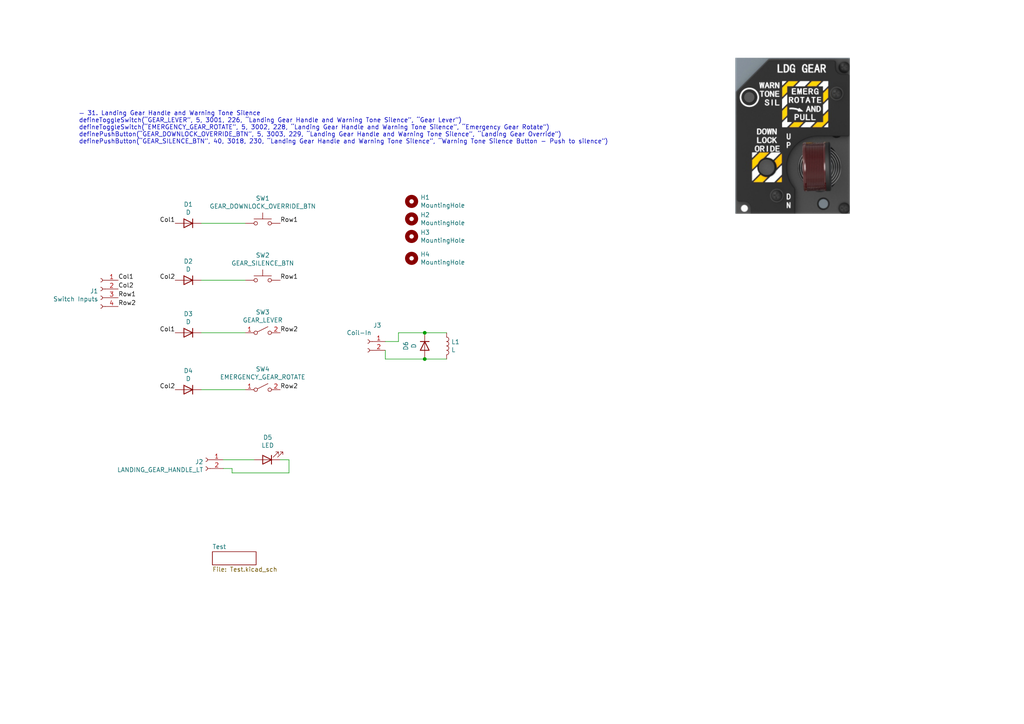
<source format=kicad_sch>
(kicad_sch (version 20211123) (generator eeschema)
  (paper "A4")
  (title_block (title "F16-LHS-REAR") (date "2023-09-17"))
  (lib_symbols
    (symbol "Connector:Conn_01x02_Female" (pin_names (offset 1.016) hide)
      (property "Reference" "J" (at 0 2.54 0))
      (property "Value" "Conn_01x02_Female" (at 0 -5.08 0))
      (symbol "Conn_01x02_Female_1_1"
        (arc (start 0 -2.032) (mid -0.508 -2.54) (end 0 -3.048) (stroke (width 0.1524)))
        (polyline (pts (xy -1.27 -2.54) (xy -0.508 -2.54)) (stroke (width 0.1524)))
        (polyline (pts (xy -1.27 0) (xy -0.508 0)) (stroke (width 0.1524)))
        (arc (start 0 0.508) (mid -0.508 0) (end 0 -0.508) (stroke (width 0.1524)))
        (pin passive line (at -5.08 0 0) (length 3.81) (name "Pin_1") (number "1"))
        (pin passive line (at -5.08 -2.54 0) (length 3.81) (name "Pin_2") (number "2"))
      )
    )
    (symbol "Connector:Conn_01x04_Female" (pin_names (offset 1.016) hide)
      (property "Reference" "J" (at 0 5.08 0))
      (property "Value" "Conn_01x04_Female" (at 0 -7.62 0))
      (symbol "Conn_01x04_Female_1_1"
        (arc (start 0 -4.572) (mid -0.508 -5.08) (end 0 -5.588) (stroke (width 0.1524)))
        (arc (start 0 -2.032) (mid -0.508 -2.54) (end 0 -3.048) (stroke (width 0.1524)))
        (polyline (pts (xy -1.27 -5.08) (xy -0.508 -5.08)) (stroke (width 0.1524)))
        (polyline (pts (xy -1.27 -2.54) (xy -0.508 -2.54)) (stroke (width 0.1524)))
        (polyline (pts (xy -1.27 0) (xy -0.508 0)) (stroke (width 0.1524)))
        (polyline (pts (xy -1.27 2.54) (xy -0.508 2.54)) (stroke (width 0.1524)))
        (arc (start 0 0.508) (mid -0.508 0) (end 0 -0.508) (stroke (width 0.1524)))
        (arc (start 0 3.048) (mid -0.508 2.54) (end 0 2.032) (stroke (width 0.1524)))
        (pin passive line (at -5.08 2.54 0) (length 3.81) (name "Pin_1") (number "1"))
        (pin passive line (at -5.08 0 0) (length 3.81) (name "Pin_2") (number "2"))
        (pin passive line (at -5.08 -2.54 0) (length 3.81) (name "Pin_3") (number "3"))
        (pin passive line (at -5.08 -5.08 0) (length 3.81) (name "Pin_4") (number "4"))
      )
    )
    (symbol "Device:D" (pin_numbers hide) (pin_names (offset 1.016) hide)
      (property "Reference" "D" (at 0 2.54 0))
      (property "Value" "D" (at 0 -2.54 0))
      (symbol "D_0_1"
        (polyline (pts (xy -1.27 1.27) (xy -1.27 -1.27)) (stroke (width 0.254)))
        (polyline (pts (xy 1.27 0) (xy -1.27 0)))
        (polyline (pts (xy 1.27 1.27) (xy 1.27 -1.27) (xy -1.27 0) (xy 1.27 1.27)) (stroke (width 0.254)))
      )
      (symbol "D_1_1"
        (pin passive line (at -3.81 0 0) (length 2.54) (name "K") (number "1"))
        (pin passive line (at 3.81 0 180) (length 2.54) (name "A") (number "2"))
      )
    )
    (symbol "Device:L" (pin_numbers hide) (pin_names (offset 1.016) hide)
      (property "Reference" "L" (at -1.27 0 90))
      (property "Value" "L" (at 1.905 0 90))
      (symbol "L_0_1"
        (arc (start 0 -2.54) (mid 0.635 -1.905) (end 0 -1.27))
        (arc (start 0 -1.27) (mid 0.635 -0.635) (end 0 0))
        (arc (start 0 0) (mid 0.635 0.635) (end 0 1.27))
        (arc (start 0 1.27) (mid 0.635 1.905) (end 0 2.54))
      )
      (symbol "L_1_1"
        (pin passive line (at 0 3.81 270) (length 1.27) (name "1") (number "1"))
        (pin passive line (at 0 -3.81 90) (length 1.27) (name "2") (number "2"))
      )
    )
    (symbol "Device:LED" (pin_numbers hide) (pin_names (offset 1.016) hide)
      (property "Reference" "D" (at 0 2.54 0))
      (property "Value" "LED" (at 0 -2.54 0))
      (symbol "LED_0_1"
        (polyline (pts (xy -1.27 -1.27) (xy -1.27 1.27)) (stroke (width 0.254)))
        (polyline (pts (xy -1.27 0) (xy 1.27 0)))
        (polyline (pts (xy 1.27 -1.27) (xy 1.27 1.27) (xy -1.27 0) (xy 1.27 -1.27)) (stroke (width 0.254)))
        (polyline (pts (xy -3.048 -0.762) (xy -4.572 -2.286) (xy -3.81 -2.286) (xy -4.572 -2.286) (xy -4.572 -1.524)))
        (polyline (pts (xy -1.778 -0.762) (xy -3.302 -2.286) (xy -2.54 -2.286) (xy -3.302 -2.286) (xy -3.302 -1.524)))
      )
      (symbol "LED_1_1"
        (pin passive line (at -3.81 0 0) (length 2.54) (name "K") (number "1"))
        (pin passive line (at 3.81 0 180) (length 2.54) (name "A") (number "2"))
      )
    )
    (symbol "Mechanical:MountingHole" (pin_names (offset 1.016))
      (property "Reference" "H" (at 0 5.08 0))
      (property "Value" "MountingHole" (at 0 3.175 0))
      (symbol "MountingHole_0_1"
        (circle (center 0 0) (radius 1.27) (stroke (width 1.27)))
      )
    )
    (symbol "Switch:SW_Push" (pin_numbers hide) (pin_names (offset 1.016) hide)
      (property "Reference" "SW" (at 1.27 2.54 0))
      (property "Value" "SW_Push" (at 0 -1.524 0))
      (symbol "SW_Push_0_1"
        (circle (center -2.032 0) (radius 0.508))
        (polyline (pts (xy 0 1.27) (xy 0 3.048)))
        (polyline (pts (xy 2.54 1.27) (xy -2.54 1.27)))
        (circle (center 2.032 0) (radius 0.508))
        (pin passive line (at -5.08 0 0) (length 2.54) (name "1") (number "1"))
        (pin passive line (at 5.08 0 180) (length 2.54) (name "2") (number "2"))
      )
    )
    (symbol "Switch:SW_SPST" (pin_names (offset 0) hide)
      (property "Reference" "SW" (at 0 3.175 0))
      (property "Value" "SW_SPST" (at 0 -2.54 0))
      (symbol "SW_SPST_0_0"
        (circle (center -2.032 0) (radius 0.508))
        (polyline (pts (xy -1.524 0.254) (xy 1.524 1.778)))
        (circle (center 2.032 0) (radius 0.508))
      )
      (symbol "SW_SPST_1_1"
        (pin passive line (at -5.08 0 0) (length 2.54) (name "A") (number "1"))
        (pin passive line (at 5.08 0 180) (length 2.54) (name "B") (number "2"))
      )
    )
  )
  (junction (at 123.19 104.14))
  (junction (at 123.19 96.52))
  (wire (pts (xy 123.19 104.14) (xy 129.54 104.14)))
  (wire (pts (xy 67.31 137.16) (xy 67.31 135.89)))
  (wire (pts (xy 73.66 133.35) (xy 64.77 133.35)))
  (wire (pts (xy 83.82 137.16) (xy 67.31 137.16)))
  (wire (pts (xy 129.54 96.52) (xy 123.19 96.52)))
  (wire (pts (xy 58.42 113.03) (xy 71.12 113.03)))
  (wire (pts (xy 111.76 104.14) (xy 123.19 104.14)))
  (wire (pts (xy 58.42 81.28) (xy 71.12 81.28)))
  (wire (pts (xy 111.76 101.6) (xy 111.76 104.14)))
  (wire (pts (xy 115.57 99.06) (xy 111.76 99.06)))
  (wire (pts (xy 71.12 96.52) (xy 58.42 96.52)))
  (wire (pts (xy 67.31 135.89) (xy 64.77 135.89)))
  (wire (pts (xy 81.28 133.35) (xy 83.82 133.35)))
  (wire (pts (xy 83.82 133.35) (xy 83.82 137.16)))
  (wire (pts (xy 71.12 64.77) (xy 58.42 64.77)))
  (wire (pts (xy 115.57 96.52) (xy 115.57 99.06)))
  (wire (pts (xy 115.57 96.52) (xy 123.19 96.52)))
  (image (at 229.87 39.37) (scale 2))
  (text "— 31. Landing Gear Handle and Warning Tone Silence\ndefineToggleSwitch(“GEAR_LEVER”, 5, 3001, 226, “Landing Gear Handle and Warning Tone Silence”, “Gear Lever”)\ndefineToggleSwitch(“EMERGENCY_GEAR_ROTATE”, 5, 3002, 228, “Landing Gear Handle and Warning Tone Silence”, “Emergency Gear Rotate”)\ndefinePushButton(“GEAR_DOWNLOCK_OVERRIDE_BTN”, 5, 3003, 229, “Landing Gear Handle and Warning Tone Silence”, “Landing Gear Override”)\ndefinePushButton(“GEAR_SILENCE_BTN”, 40, 3018, 230, “Landing Gear Handle and Warning Tone Silence”, “Warning Tone Silence Button - Push to silence”)" (at 22.86 41.91 0) (effects (font (size 1.27 1.27)) (justify left bottom)))
  (label "Col2" (at 50.8 81.28 180))
  (label "Row2" (at 34.29 88.9 0))
  (label "Row1" (at 81.28 64.77 0))
  (label "Row1" (at 81.28 81.28 0))
  (label "Row1" (at 34.29 86.36 0))
  (label "Row2" (at 81.28 96.52 0))
  (label "Col2" (at 50.8 113.03 180))
  (label "Row2" (at 81.28 113.03 0))
  (label "Col1" (at 50.8 64.77 180))
  (label "Col1" (at 50.8 96.52 180))
  (label "Col2" (at 34.29 83.82 0))
  (label "Col1" (at 34.29 81.28 0))
  (symbol (lib_id "Device:D") (at 54.61 64.77 0) (mirror y) (unit 1)
    (property "Reference" "D1" (at 54.61 59.2836 0))
    (property "Value" "D" (at 54.61 61.595 0))
    (property "Footprint" "PT_Library_v001:D_Signal_P7.62mm_Horizontal" (effects hide))
  )
  (symbol (lib_id "Switch:SW_SPST") (at 76.2 96.52 0) (unit 1)
    (property "Reference" "SW3" (at 76.2 90.551 0))
    (property "Value" "GEAR_LEVER" (at 76.2 92.8624 0))
    (property "Footprint" "PT_Library_v001:Molex_1x02_P2.54mm_Vertical" (effects hide))
  )
  (symbol (lib_id "Switch:SW_Push") (at 76.2 64.77 0) (unit 1)
    (property "Reference" "SW1" (at 76.2 57.531 0))
    (property "Value" "GEAR_DOWNLOCK_OVERRIDE_BTN" (at 76.2 59.8424 0))
    (property "Footprint" "PT_Library_v001:Molex_1x02_P2.54mm_Vertical" (effects hide))
  )
  (symbol (lib_id "Switch:SW_Push") (at 76.2 81.28 0) (unit 1)
    (property "Reference" "SW2" (at 76.2 74.041 0))
    (property "Value" "GEAR_SILENCE_BTN" (at 76.2 76.3524 0))
    (property "Footprint" "PT_Library_v001:Molex_1x02_P2.54mm_Vertical" (effects hide))
  )
  (symbol (lib_id "Switch:SW_SPST") (at 76.2 113.03 0) (unit 1)
    (property "Reference" "SW4" (at 76.2 107.061 0))
    (property "Value" "EMERGENCY_GEAR_ROTATE" (at 76.2 109.3724 0))
    (property "Footprint" "PT_Library_v001:Molex_1x02_P2.54mm_Vertical" (effects hide))
  )
  (symbol (lib_id "Device:D") (at 54.61 81.28 0) (mirror y) (unit 1)
    (property "Reference" "D2" (at 54.61 75.7936 0))
    (property "Value" "D" (at 54.61 78.105 0))
    (property "Footprint" "PT_Library_v001:D_Signal_P7.62mm_Horizontal" (effects hide))
  )
  (symbol (lib_id "Device:D") (at 54.61 96.52 0) (mirror y) (unit 1)
    (property "Reference" "D3" (at 54.61 91.0336 0))
    (property "Value" "D" (at 54.61 93.345 0))
    (property "Footprint" "PT_Library_v001:D_Signal_P7.62mm_Horizontal" (effects hide))
  )
  (symbol (lib_id "Device:D") (at 54.61 113.03 0) (mirror y) (unit 1)
    (property "Reference" "D4" (at 54.61 107.5436 0))
    (property "Value" "D" (at 54.61 109.855 0))
    (property "Footprint" "PT_Library_v001:D_Signal_P7.62mm_Horizontal" (effects hide))
  )
  (symbol (lib_id "Connector:Conn_01x02_Female") (at 59.69 133.35 0) (mirror y) (unit 1)
    (property "Reference" "J2" (at 58.9788 133.9596 0) (effects (justify left)))
    (property "Value" "LANDING_GEAR_HANDLE_LT" (at 58.9788 136.271 0) (effects (justify left)))
    (property "Footprint" "PT_Library_v001:Molex_1x02_P2.54mm_Vertical" (effects hide))
  )
  (symbol (lib_id "Device:LED") (at 77.47 133.35 180) (unit 1)
    (property "Reference" "D5" (at 77.6478 126.873 0))
    (property "Value" "LED" (at 77.6478 129.1844 0))
    (property "Footprint" "PT_Library_v001:Molex_1x02_P2.54mm_Vertical" (effects hide))
  )
  (symbol (lib_id "Connector:Conn_01x04_Female") (at 29.21 83.82 0) (mirror y) (unit 1)
    (property "Reference" "J1" (at 28.4988 84.4296 0) (effects (justify left)))
    (property "Value" "Switch Inputs" (at 28.4988 86.741 0) (effects (justify left)))
    (property "Footprint" "PT_Library_v001:Molex_1x04_P2.54mm_Vertical" (effects hide))
  )
  (symbol (lib_id "Device:L") (at 129.54 100.33 0) (unit 1)
    (property "Reference" "L1" (at 130.8862 99.1616 0) (effects (justify left)))
    (property "Value" "L" (at 130.8862 101.473 0) (effects (justify left)))
    (property "Footprint" "PT_Library_v001:Molex_1x02_P2.54mm_Vertical" (effects hide))
  )
  (symbol (lib_id "Connector:Conn_01x02_Female") (at 106.68 99.06 0) (mirror y) (unit 1)
    (property "Reference" "J3" (at 109.4232 94.361 0))
    (property "Value" "Coil-In" (at 104.14 96.52 0))
    (property "Footprint" "PT_Library_v001:Molex_1x02_P2.54mm_Vertical" (effects hide))
  )
  (symbol (lib_id "Device:D") (at 123.19 100.33 90) (mirror x) (unit 1)
    (property "Reference" "D6" (at 117.7036 100.33 0))
    (property "Value" "D" (at 120.015 100.33 0))
    (property "Footprint" "PT_Library_v001:D_Signal_P7.62mm_Horizontal" (effects hide))
  )
  (symbol (lib_id "Mechanical:MountingHole") (at 119.38 58.42 0) (unit 1)
    (property "Reference" "H1" (at 121.92 57.2516 0) (effects (justify left)))
    (property "Value" "MountingHole" (at 121.92 59.563 0) (effects (justify left)))
    (property "Footprint" "MountingHole:MountingHole_3.2mm_M3" (effects hide))
  )
  (symbol (lib_id "Mechanical:MountingHole") (at 119.38 63.5 0) (unit 1)
    (property "Reference" "H2" (at 121.92 62.3316 0) (effects (justify left)))
    (property "Value" "MountingHole" (at 121.92 64.643 0) (effects (justify left)))
    (property "Footprint" "MountingHole:MountingHole_3.2mm_M3" (effects hide))
  )
  (symbol (lib_id "Mechanical:MountingHole") (at 119.38 68.58 0) (unit 1)
    (property "Reference" "H3" (at 121.92 67.4116 0) (effects (justify left)))
    (property "Value" "MountingHole" (at 121.92 69.723 0) (effects (justify left)))
    (property "Footprint" "MountingHole:MountingHole_3.2mm_M3" (effects hide))
  )
  (symbol (lib_id "Mechanical:MountingHole") (at 119.38 74.93 0) (unit 1)
    (property "Reference" "H4" (at 121.92 73.7616 0) (effects (justify left)))
    (property "Value" "MountingHole" (at 121.92 76.073 0) (effects (justify left)))
    (property "Footprint" "MountingHole:MountingHole_3.2mm_M3" (effects hide))
  )
  (sheet (at 61.595 160.02) (size 12.7 3.81) (stroke (width 0.1524))
    (property "Sheet name" "Test" (at 61.595 159.3084 0) (effects (justify left bottom)))
    (property "Sheet file" "Test.kicad_sch" (at 61.595 164.4146 0) (effects (justify left top)))
  )
)
</source>
